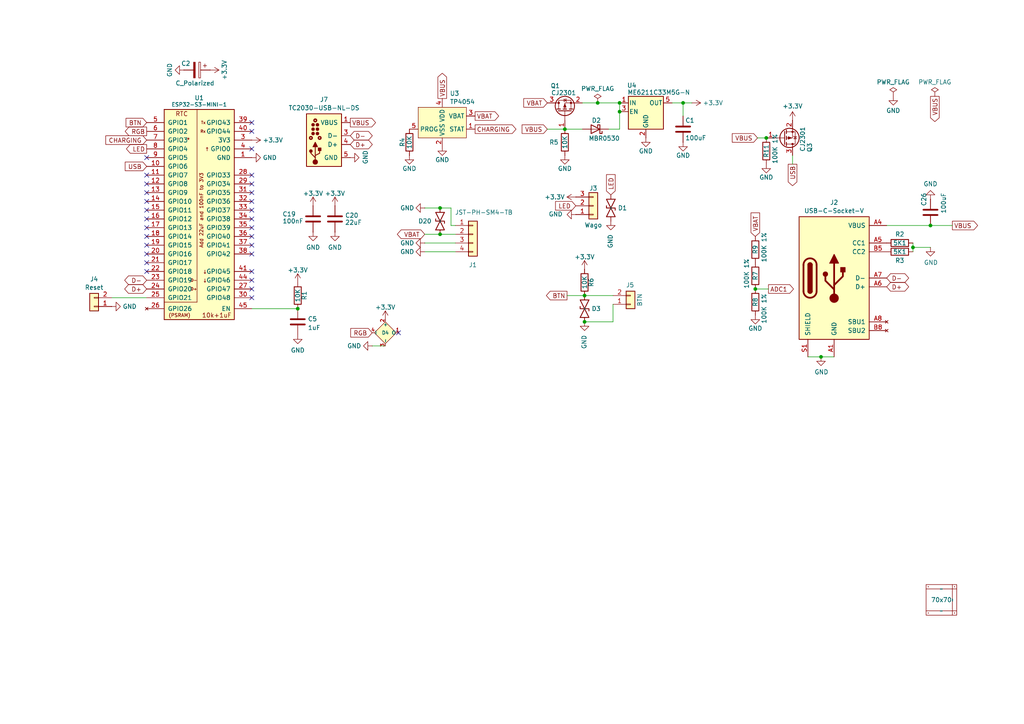
<source format=kicad_sch>
(kicad_sch (version 20241209) (generator "eeschema") (generator_version "9.0")
  (paper "A4")
  (title_block (title "GPS reference") (date "${DATE}") (rev "1") (company "Adrian Kennard Andrews & Arnold Ltd") (comment 1 "@TheRealRevK") (comment 2 "www.me.uk"))
  (lib_symbols
    (symbol "Connector_Generic:Conn_01x02" (pin_names (offset 1.016) (hide yes))
      (property "Reference" "J" (at 0 2.54 0))
      (property "Value" "Conn_01x02" (at 0 -5.08 0))
      (symbol "Conn_01x02_1_1"
        (rectangle (start -1.27 1.27) (end 1.27 -3.81) (stroke (width 0.254)) (fill (type background)))
        (rectangle (start -1.27 0.127) (end 0 -0.127) (stroke (width 0.1524)))
        (rectangle (start -1.27 -2.413) (end 0 -2.667) (stroke (width 0.1524)))
        (pin passive line (at -5.08 0 0) (length 3.81) (name "Pin_1") (number "1"))
        (pin passive line (at -5.08 -2.54 0) (length 3.81) (name "Pin_2") (number "2"))
      )
    )
    (symbol "Connector_Generic:Conn_01x03" (pin_names (offset 1.016) (hide yes))
      (property "Reference" "J" (at 0 5.08 0))
      (property "Value" "Conn_01x03" (at 0 -5.08 0))
      (symbol "Conn_01x03_1_1"
        (rectangle (start -1.27 3.81) (end 1.27 -3.81) (stroke (width 0.254)) (fill (type background)))
        (rectangle (start -1.27 2.667) (end 0 2.413) (stroke (width 0.1524)))
        (rectangle (start -1.27 0.127) (end 0 -0.127) (stroke (width 0.1524)))
        (rectangle (start -1.27 -2.413) (end 0 -2.667) (stroke (width 0.1524)))
        (pin passive line (at -5.08 2.54 0) (length 3.81) (name "Pin_1") (number "1"))
        (pin passive line (at -5.08 0 0) (length 3.81) (name "Pin_2") (number "2"))
        (pin passive line (at -5.08 -2.54 0) (length 3.81) (name "Pin_3") (number "3"))
      )
    )
    (symbol "Connector_Generic:Conn_01x04" (pin_names (offset 1.016) (hide yes))
      (property "Reference" "J" (at 0 5.08 0))
      (property "Value" "Conn_01x04" (at 0 -7.62 0))
      (symbol "Conn_01x04_1_1"
        (rectangle (start -1.27 3.81) (end 1.27 -6.35) (stroke (width 0.254)) (fill (type background)))
        (rectangle (start -1.27 2.667) (end 0 2.413) (stroke (width 0.1524)))
        (rectangle (start -1.27 0.127) (end 0 -0.127) (stroke (width 0.1524)))
        (rectangle (start -1.27 -2.413) (end 0 -2.667) (stroke (width 0.1524)))
        (rectangle (start -1.27 -4.953) (end 0 -5.207) (stroke (width 0.1524)))
        (pin passive line (at -5.08 2.54 0) (length 3.81) (name "Pin_1") (number "1"))
        (pin passive line (at -5.08 0 0) (length 3.81) (name "Pin_2") (number "2"))
        (pin passive line (at -5.08 -2.54 0) (length 3.81) (name "Pin_3") (number "3"))
        (pin passive line (at -5.08 -5.08 0) (length 3.81) (name "Pin_4") (number "4"))
      )
    )
    (symbol "Device:C" (pin_numbers (hide yes)) (pin_names (offset 0.254))
      (property "Reference" "C" (at 0.635 2.54 0))
      (property "Value" "C" (at 0.635 -2.54 0))
      (symbol "C_0_1"
        (polyline (pts (xy -2.032 0.762) (xy 2.032 0.762)) (stroke (width 0.508)))
        (polyline (pts (xy -2.032 -0.762) (xy 2.032 -0.762)) (stroke (width 0.508)))
      )
      (symbol "C_1_1"
        (pin passive line (at 0 3.81 270) (length 2.794) (name "~") (number "1"))
        (pin passive line (at 0 -3.81 90) (length 2.794) (name "~") (number "2"))
      )
    )
    (symbol "Device:C_Polarized" (pin_numbers (hide yes)) (pin_names (offset 0.254))
      (property "Reference" "C" (at 0.635 2.54 0))
      (property "Value" "C_Polarized" (at 0.635 -2.54 0))
      (symbol "C_Polarized_0_1"
        (rectangle (start -2.286 0.508) (end 2.286 1.016))
        (polyline (pts (xy -1.778 2.286) (xy -0.762 2.286)))
        (polyline (pts (xy -1.27 2.794) (xy -1.27 1.778)))
        (rectangle (start 2.286 -0.508) (end -2.286 -1.016) (fill (type outline)))
      )
      (symbol "C_Polarized_1_1"
        (pin passive line (at 0 3.81 270) (length 2.794) (name "~") (number "1"))
        (pin passive line (at 0 -3.81 90) (length 2.794) (name "~") (number "2"))
      )
    )
    (symbol "Device:D_Schottky" (pin_numbers (hide yes)) (pin_names (offset 1.016) (hide yes))
      (property "Reference" "D" (at 0 2.54 0))
      (property "Value" "D_Schottky" (at 0 -2.54 0))
      (symbol "D_Schottky_0_1"
        (polyline (pts (xy -1.905 0.635) (xy -1.905 1.27) (xy -1.27 1.27) (xy -1.27 -1.27) (xy -0.635 -1.27) (xy -0.635 -0.635)) (stroke (width 0.254)))
        (polyline (pts (xy 1.27 1.27) (xy 1.27 -1.27) (xy -1.27 0) (xy 1.27 1.27)) (stroke (width 0.254)))
        (polyline (pts (xy 1.27 0) (xy -1.27 0)))
      )
      (symbol "D_Schottky_1_1"
        (pin passive line (at -3.81 0 0) (length 2.54) (name "K") (number "1"))
        (pin passive line (at 3.81 0 180) (length 2.54) (name "A") (number "2"))
      )
    )
    (symbol "Device:R" (pin_numbers (hide yes)) (pin_names (offset 0))
      (property "Reference" "R" (at 2.032 0 90))
      (property "Value" "R" (at 0 0 90))
      (symbol "R_0_1"
        (rectangle (start -1.016 -2.54) (end 1.016 2.54) (stroke (width 0.254)))
      )
      (symbol "R_1_1"
        (pin passive line (at 0 3.81 270) (length 1.27) (name "~") (number "1"))
        (pin passive line (at 0 -3.81 90) (length 1.27) (name "~") (number "2"))
      )
    )
    (symbol "Regulator_Linear:TLV70033_SOT23-5" (pin_names (offset 0.254))
      (property "Reference" "U" (at -3.81 5.715 0))
      (property "Value" "TLV70033_SOT23-5" (at 0 5.715 0))
      (symbol "TLV70033_SOT23-5_0_1"
        (rectangle (start -5.08 4.445) (end 5.08 -5.08) (stroke (width 0.254)) (fill (type background)))
      )
      (symbol "TLV70033_SOT23-5_1_1"
        (pin power_in line (at -7.62 2.54 0) (length 2.54) (name "IN") (number "1"))
        (pin input line (at -7.62 0 0) (length 2.54) (name "EN") (number "3"))
        (pin power_in line (at 0 -7.62 90) (length 2.54) (name "GND") (number "2"))
        (pin no_connect line (at 5.08 0 180) (length 2.54) (hide yes) (name "NC") (number "4"))
        (pin power_out line (at 7.62 2.54 180) (length 2.54) (name "OUT") (number "5"))
      )
    )
    (symbol "RevK:ES05D1MC10" (pin_numbers (hide yes))
      (property "Reference" "D" (at 0 2.54 0))
      (symbol "ES05D1MC10_0_1"
        (polyline (pts (xy -2.54 1.27) (xy -2.54 -1.27) (xy 0 0) (xy -2.54 1.27)) (stroke (width 0.254)))
        (polyline (pts (xy 2.54 -1.27) (xy 2.54 1.27) (xy 0 0) (xy 2.54 -1.27)) (stroke (width 0.254)))
      )
      (symbol "ES05D1MC10_1_1"
        (polyline (pts (xy 0.635 1.27) (xy 0 1.27) (xy 0 -1.27) (xy -0.635 -1.27)) (stroke (width 0.254)))
        (pin passive line (at -3.81 0 0) (length 1.27) (name "~") (number "2"))
        (pin passive line (at 3.81 0 180) (length 1.27) (name "~") (number "1"))
      )
    )
    (symbol "RevK:ESP32-S3-MINI-1-N4R2" (pin_names (offset 1.016))
      (property "Reference" "U" (at 9.525 28.575 0))
      (property "Value" "ESP32-S3-MINI-1-N4R2" (at 0 31.115 0))
      (symbol "ESP32-S3-MINI-1-N4R2_0_0"
        (rectangle (start -10.16 30.48) (end 10.16 -30.48) (stroke (width 0.254)) (fill (type background)))
      )
      (symbol "ESP32-S3-MINI-1-N4R2_1_1"
        (polyline (pts (xy -10.16 -25.4) (xy -0.635 -25.4)))
        (polyline (pts (xy -0.635 30.48) (xy -0.635 -25.4)))
        (text "(PSRAM)" (at -5.715 -29.21 0) (effects (font (size 1 1))))
        (text "RTC" (at -5.08 29.21 0) (effects (font (size 1.27 1.27))))
        (text "*" (at -3.175 21.59 0) (effects (font (size 1.27 1.27))))
        (text "D-" (at -2.54 -19.05 0) (effects (font (size 0.8 0.8)) (justify left)))
        (text "D+" (at -2.54 -21.59 0) (effects (font (size 0.8 0.8)) (justify left)))
        (text "Add 22uF and 100nF to 3V3" (at 0.635 1.27 900) (effects (font (size 1 1))))
        (text "Tx" (at 1.905 26.67 0) (effects (font (size 0.8 0.8)) (justify right)))
        (text "Rx" (at 1.905 24.13 0) (effects (font (size 0.8 0.8)) (justify right)))
        (text "↓" (at 2.54 -16.51 0) (effects (font (size 1.27 1.27)) (justify right)))
        (text "↓" (at 2.54 -19.05 0) (effects (font (size 1.27 1.27)) (justify right)))
        (text "↑" (at 3.175 19.05 0) (effects (font (size 1.27 1.27)) (justify right)))
        (text "10k+1uF" (at 5.08 -29.21 0) (effects (font (size 1.27 1.27))))
        (pin passive line (at -15.24 26.67 0) (length 5.08) (name "GPIO1") (number "5"))
        (pin passive line (at -15.24 24.13 0) (length 5.08) (name "GPIO2") (number "6"))
        (pin passive line (at -15.24 21.59 0) (length 5.08) (name "GPIO3") (number "7"))
        (pin passive line (at -15.24 19.05 0) (length 5.08) (name "GPIO4") (number "8"))
        (pin passive line (at -15.24 16.51 0) (length 5.08) (name "GPIO5") (number "9"))
        (pin passive line (at -15.24 13.97 0) (length 5.08) (name "GPIO6") (number "10"))
        (pin passive line (at -15.24 11.43 0) (length 5.08) (name "GPIO7") (number "11"))
        (pin passive line (at -15.24 8.89 0) (length 5.08) (name "GPIO8") (number "12"))
        (pin passive line (at -15.24 6.35 0) (length 5.08) (name "GPIO9") (number "13"))
        (pin passive line (at -15.24 3.81 0) (length 5.08) (name "GPIO10") (number "14"))
        (pin passive line (at -15.24 1.27 0) (length 5.08) (name "GPIO11") (number "15"))
        (pin passive line (at -15.24 -1.27 0) (length 5.08) (name "GPIO12") (number "16"))
        (pin passive line (at -15.24 -3.81 0) (length 5.08) (name "GPIO13") (number "17"))
        (pin passive line (at -15.24 -6.35 0) (length 5.08) (name "GPIO14") (number "18"))
        (pin passive line (at -15.24 -8.89 0) (length 5.08) (name "GPIO15") (number "19"))
        (pin passive line (at -15.24 -11.43 0) (length 5.08) (name "GPIO16") (number "20"))
        (pin passive line (at -15.24 -13.97 0) (length 5.08) (name "GPIO17") (number "21"))
        (pin passive line (at -15.24 -16.51 0) (length 5.08) (name "GPIO18") (number "22"))
        (pin passive line (at -15.24 -19.05 0) (length 5.08) (name "GPIO19") (number "23"))
        (pin passive line (at -15.24 -21.59 0) (length 5.08) (name "GPIO20") (number "24"))
        (pin passive line (at -15.24 -24.13 0) (length 5.08) (name "GPIO21") (number "25"))
        (pin no_connect line (at -15.24 -27.305 0) (length 5.08) (name "GPIO26") (number "26"))
        (pin passive line (at 15.24 26.67 180) (length 5.08) (name "GPIO43") (number "39"))
        (pin passive line (at 15.24 24.13 180) (length 5.08) (name "GPIO44") (number "40"))
        (pin power_in line (at 15.24 21.59 180) (length 5.08) (name "3V3") (number "3"))
        (pin passive line (at 15.24 19.05 180) (length 5.08) (name "GPIO0") (number "4"))
        (pin power_in line (at 15.24 16.51 180) (length 5.08) (name "GND") (number "1"))
        (pin power_in line (at 15.24 16.51 180) (length 5.08) (hide yes) (name "GND") (number "2"))
        (pin power_in line (at 15.24 16.51 180) (length 5.08) (hide yes) (name "GND") (number "42"))
        (pin power_in line (at 15.24 16.51 180) (length 5.08) (hide yes) (name "GND") (number "43"))
        (pin power_in line (at 15.24 16.51 180) (length 5.08) (hide yes) (name "GND") (number "46"))
        (pin power_in line (at 15.24 16.51 180) (length 5.08) (hide yes) (name "GND") (number "47"))
        (pin power_in line (at 15.24 16.51 180) (length 5.08) (hide yes) (name "GND") (number "48"))
        (pin power_in line (at 15.24 16.51 180) (length 5.08) (hide yes) (name "GND") (number "49"))
        (pin power_in line (at 15.24 16.51 180) (length 5.08) (hide yes) (name "GND") (number "50"))
        (pin power_in line (at 15.24 16.51 180) (length 5.08) (hide yes) (name "GND") (number "51"))
        (pin power_in line (at 15.24 16.51 180) (length 5.08) (hide yes) (name "GND") (number "52"))
        (pin power_in line (at 15.24 16.51 180) (length 5.08) (hide yes) (name "GND") (number "53"))
        (pin power_in line (at 15.24 16.51 180) (length 5.08) (hide yes) (name "GND") (number "54"))
        (pin power_in line (at 15.24 16.51 180) (length 5.08) (hide yes) (name "GND") (number "55"))
        (pin power_in line (at 15.24 16.51 180) (length 5.08) (hide yes) (name "GND") (number "56"))
        (pin power_in line (at 15.24 16.51 180) (length 5.08) (hide yes) (name "GND") (number "57"))
        (pin power_in line (at 15.24 16.51 180) (length 5.08) (hide yes) (name "GND") (number "58"))
        (pin power_in line (at 15.24 16.51 180) (length 5.08) (hide yes) (name "GND") (number "59"))
        (pin power_in line (at 15.24 16.51 180) (length 5.08) (hide yes) (name "GND") (number "60"))
        (pin power_in line (at 15.24 16.51 180) (length 5.08) (hide yes) (name "GND") (number "61"))
        (pin power_in line (at 15.24 16.51 180) (length 5.08) (hide yes) (name "GND") (number "62"))
        (pin power_in line (at 15.24 16.51 180) (length 5.08) (hide yes) (name "GND") (number "63"))
        (pin power_in line (at 15.24 16.51 180) (length 5.08) (hide yes) (name "GND") (number "64"))
        (pin power_in line (at 15.24 16.51 180) (length 5.08) (hide yes) (name "GND") (number "65"))
        (pin passive line (at 15.24 11.43 180) (length 5.08) (name "GPIO33") (number "28"))
        (pin passive line (at 15.24 8.89 180) (length 5.08) (name "GPIO34") (number "29"))
        (pin passive line (at 15.24 6.35 180) (length 5.08) (name "GPIO35") (number "31"))
        (pin passive line (at 15.24 3.81 180) (length 5.08) (name "GPIO36") (number "32"))
        (pin passive line (at 15.24 1.27 180) (length 5.08) (name "GPIO37") (number "33"))
        (pin passive line (at 15.24 -1.27 180) (length 5.08) (name "GPIO38") (number "34"))
        (pin passive line (at 15.24 -3.81 180) (length 5.08) (name "GPIO39") (number "35"))
        (pin passive line (at 15.24 -6.35 180) (length 5.08) (name "GPIO40") (number "36"))
        (pin passive line (at 15.24 -8.89 180) (length 5.08) (name "GPIO41") (number "37"))
        (pin passive line (at 15.24 -11.43 180) (length 5.08) (name "GPIO42") (number "38"))
        (pin passive line (at 15.24 -16.51 180) (length 5.08) (name "GPIO45") (number "41"))
        (pin passive line (at 15.24 -19.05 180) (length 5.08) (name "GPIO46") (number "44"))
        (pin passive line (at 15.24 -21.59 180) (length 5.08) (name "GPIO47") (number "27"))
        (pin passive line (at 15.24 -24.13 180) (length 5.08) (name "GPIO48") (number "30"))
        (pin input line (at 15.24 -27.305 180) (length 5.08) (name "EN") (number "45"))
      )
    )
    (symbol "RevK:PCB" (in_bom no)
      (property "Value" "XxY" (at 0 0 0))
      (symbol "PCB_0_1"
        (rectangle (start -4.445 4.445) (end 4.445 -4.445))
        (circle (center -3.81 3.81) (radius 0.0001))
        (circle (center -3.81 -3.81) (radius 0.0001))
        (circle (center 3.81 3.81) (radius 0.0001))
        (circle (center 3.81 -3.81) (radius 0.0001))
      )
    )
    (symbol "RevK:TC2030-USB-NL" (pin_names (offset 1.016)) (in_bom no)
      (property "Reference" "J" (at 0 10.922 0))
      (property "Value" "TC2030-USB-NL" (at 0 8.89 0))
      (symbol "TC2030-USB-NL_0_1"
        (rectangle (start -5.08 7.62) (end 5.08 -7.62) (stroke (width 0.254)) (fill (type background)))
        (circle (center -3.81 -3.175) (radius 0.381) (stroke (width 0.254)) (fill (type outline)))
        (circle (center -3.175 4.445) (radius 0.381) (stroke (width 0.254)) (fill (type outline)))
        (circle (center -3.175 3.175) (radius 0.381) (stroke (width 0.254)) (fill (type outline)))
        (circle (center -3.175 1.905) (radius 0.381) (stroke (width 0.254)) (fill (type outline)))
        (polyline (pts (xy -3.175 -1.905) (xy -1.905 -1.905) (xy -2.54 -0.635) (xy -3.175 -1.905)) (stroke (width 0.254)) (fill (type outline)))
        (polyline (pts (xy -2.54 -5.08) (xy -2.54 -4.445) (xy -1.27 -3.81) (xy -1.27 -2.54)) (stroke (width 0.254)))
        (polyline (pts (xy -2.54 -5.715) (xy -2.54 -5.08) (xy -3.81 -3.81) (xy -3.81 -3.175)) (stroke (width 0.254)))
        (circle (center -2.54 -6.35) (radius 0.635) (stroke (width 0.254)) (fill (type outline)))
        (circle (center -1.905 4.445) (radius 0.381) (stroke (width 0.254)) (fill (type outline)))
        (circle (center -1.905 3.175) (radius 0.381) (stroke (width 0.254)) (fill (type outline)))
        (circle (center -1.905 1.905) (radius 0.381) (stroke (width 0.254)) (fill (type outline)))
        (rectangle (start -1.651 -2.286) (end -0.889 -3.048) (stroke (width 0.254)) (fill (type outline)))
      )
      (symbol "TC2030-USB-NL_1_1"
        (circle (center -3.81 0.635) (radius 0.381) (stroke (width 0.4)))
        (circle (center -2.54 5.715) (radius 0.381) (stroke (width 0.4)))
        (polyline (pts (xy -2.54 -4.445) (xy -2.54 -1.905)) (stroke (width 0.254)))
        (circle (center -1.27 0.635) (radius 0.381) (stroke (width 0.4)))
        (pin passive line (at 7.62 5.08 180) (length 2.54) (name "VBUS") (number "1"))
        (pin passive line (at 7.62 5.08 180) (length 2.54) (hide yes) (name "VBUS") (number "2"))
        (pin bidirectional line (at 7.62 1.27 180) (length 2.54) (name "D-") (number "3"))
        (pin bidirectional line (at 7.62 -1.27 180) (length 2.54) (name "D+") (number "4"))
        (pin passive line (at 7.62 -5.08 180) (length 2.54) (name "GND") (number "5"))
        (pin passive line (at 7.62 -5.08 180) (length 2.54) (hide yes) (name "GND") (number "6"))
      )
    )
    (symbol "RevK:TP4054"
      (property "Reference" "U" (at 4.445 -5.715 0))
      (property "Value" "TP4054" (at 3.81 5.715 0))
      (symbol "TP4054_1_1"
        (rectangle (start -6.985 4.445) (end 6.985 -4.445) (fill (type background)))
        (pin input line (at -9.525 -1.905 0) (length 2.54) (name "PROG") (number "5"))
        (pin power_in line (at 0 6.985 270) (length 2.54) (name "VDD") (number "4"))
        (pin power_in line (at 0 -6.985 90) (length 2.54) (name "VSS") (number "2"))
        (pin power_out line (at 9.525 1.905 180) (length 2.54) (name "VBAT") (number "3"))
        (pin open_collector line (at 9.525 -1.905 180) (length 2.54) (name "STAT") (number "1"))
      )
    )
    (symbol "RevK:USB-C-Socket-H" (pin_names (offset 1.016))
      (property "Reference" "J" (at -10.16 19.05 0))
      (property "Value" "USB-C-Socket-V" (at 0.635 12.7 0))
      (symbol "USB-C-Socket-H_0_1"
        (rectangle (start -10.16 17.78) (end 10.16 -17.78) (stroke (width 0.254)) (fill (type background)))
        (polyline (pts (xy -8.89 -3.81) (xy -8.89 3.81)) (stroke (width 0.508)))
        (rectangle (start -7.62 -3.81) (end -6.35 3.81) (stroke (width 0.254)) (fill (type outline)))
        (arc (start -7.62 3.81) (mid -6.985 4.4423) (end -6.35 3.81) (stroke (width 0.254)))
        (arc (start -7.62 3.81) (mid -6.985 4.4423) (end -6.35 3.81) (stroke (width 0.254)) (fill (type outline)))
        (arc (start -8.89 3.81) (mid -6.985 5.7067) (end -5.08 3.81) (stroke (width 0.508)))
        (arc (start -5.08 -3.81) (mid -6.985 -5.7067) (end -8.89 -3.81) (stroke (width 0.508)))
        (arc (start -6.35 -3.81) (mid -6.985 -4.4423) (end -7.62 -3.81) (stroke (width 0.254)))
        (arc (start -6.35 -3.81) (mid -6.985 -4.4423) (end -7.62 -3.81) (stroke (width 0.254)) (fill (type outline)))
        (polyline (pts (xy -5.08 3.81) (xy -5.08 -3.81)) (stroke (width 0.508)))
        (circle (center -2.54 1.143) (radius 0.635) (stroke (width 0.254)) (fill (type outline)))
        (polyline (pts (xy -1.27 4.318) (xy 0 6.858) (xy 1.27 4.318) (xy -1.27 4.318)) (stroke (width 0.254)) (fill (type outline)))
        (polyline (pts (xy 0 -2.032) (xy 2.54 0.508) (xy 2.54 1.778)) (stroke (width 0.508)))
        (polyline (pts (xy 0 -3.302) (xy -2.54 -0.762) (xy -2.54 0.508)) (stroke (width 0.508)))
        (circle (center 0 -5.842) (radius 1.27) (fill (type outline)))
        (polyline (pts (xy 0 -5.842) (xy 0 4.318)) (stroke (width 0.508)))
        (rectangle (start 1.905 1.778) (end 3.175 3.048) (stroke (width 0.254)) (fill (type outline)))
      )
      (symbol "USB-C-Socket-H_1_1"
        (pin passive line (at -7.62 -22.86 90) (length 5.08) (name "SHIELD") (number "S1"))
        (pin passive line (at 0 -22.86 90) (length 5.08) (name "GND") (number "A1"))
        (pin passive line (at 0 -22.86 90) (length 5.08) (hide yes) (name "GND") (number "A12"))
        (pin passive line (at 0 -22.86 90) (length 5.08) (hide yes) (name "GND") (number "B1"))
        (pin passive line (at 0 -22.86 90) (length 5.08) (hide yes) (name "GND") (number "B12"))
        (pin passive line (at 15.24 15.24 180) (length 5.08) (name "VBUS") (number "A4"))
        (pin passive line (at 15.24 15.24 180) (length 5.08) (hide yes) (name "VBUS") (number "A9"))
        (pin passive line (at 15.24 15.24 180) (length 5.08) (hide yes) (name "VBUS") (number "B4"))
        (pin passive line (at 15.24 15.24 180) (length 5.08) (hide yes) (name "VBUS") (number "B9"))
        (pin bidirectional line (at 15.24 10.16 180) (length 5.08) (name "CC1") (number "A5"))
        (pin bidirectional line (at 15.24 7.62 180) (length 5.08) (name "CC2") (number "B5"))
        (pin bidirectional line (at 15.24 0 180) (length 5.08) (name "D-") (number "A7"))
        (pin bidirectional line (at 15.24 0 180) (length 5.08) (hide yes) (name "D-") (number "B7"))
        (pin bidirectional line (at 15.24 -2.54 180) (length 5.08) (name "D+") (number "A6"))
        (pin bidirectional line (at 15.24 -2.54 180) (length 5.08) (hide yes) (name "D+") (number "B6"))
        (pin no_connect line (at 15.24 -12.7 180) (length 5.08) (name "SBU1") (number "A8"))
        (pin no_connect line (at 15.24 -15.24 180) (length 5.08) (name "SBU2") (number "B8"))
      )
    )
    (symbol "RevK:VCUT" (in_bom no)
      (symbol "VCUT_0_1"
        (polyline (pts (xy -4.445 0) (xy 4.445 0)))
      )
    )
    (symbol "RevK:WS2812B-1mm" (pin_names (offset 0.254))
      (property "Reference" "D" (at 0 0 0))
      (symbol "WS2812B-1mm_1_1"
        (polyline (pts (xy 0 3.175) (xy 3.175 0) (xy 0 -3.175) (xy -3.175 0) (xy 0 3.175)) (fill (type background)))
        (pin input line (at -3.81 0 0) (length 0.5) (name "I") (number "4"))
        (pin power_in line (at 0 3.81 270) (length 0.5) (name "-") (number "3"))
        (pin power_in line (at 0 -3.81 90) (length 0.5) (name "+") (number "2"))
        (pin output line (at 3.81 0 180) (length 0.5) (name "O") (number "1"))
      )
    )
    (symbol "Transistor_FET:BSS83P" (pin_names (hide yes))
      (property "Reference" "Q" (at 5.08 1.905 0))
      (property "Value" "BSS83P" (at 5.08 0 0))
      (symbol "BSS83P_0_1"
        (polyline (pts (xy 0.254 1.905) (xy 0.254 -1.905)) (stroke (width 0.254)))
        (polyline (pts (xy 0.254 0) (xy -2.54 0)))
        (polyline (pts (xy 0.762 2.286) (xy 0.762 1.27)) (stroke (width 0.254)))
        (polyline (pts (xy 0.762 1.778) (xy 3.302 1.778) (xy 3.302 -1.778) (xy 0.762 -1.778)))
        (polyline (pts (xy 0.762 0.508) (xy 0.762 -0.508)) (stroke (width 0.254)))
        (polyline (pts (xy 0.762 -1.27) (xy 0.762 -2.286)) (stroke (width 0.254)))
        (circle (center 1.651 0) (radius 2.794) (stroke (width 0.254)))
        (polyline (pts (xy 2.286 0) (xy 1.27 0.381) (xy 1.27 -0.381) (xy 2.286 0)) (fill (type outline)))
        (polyline (pts (xy 2.54 2.54) (xy 2.54 1.778)))
        (circle (center 2.54 1.778) (radius 0.254) (fill (type outline)))
        (circle (center 2.54 -1.778) (radius 0.254) (fill (type outline)))
        (polyline (pts (xy 2.54 -2.54) (xy 2.54 0) (xy 0.762 0)))
        (polyline (pts (xy 2.794 -0.508) (xy 2.921 -0.381) (xy 3.683 -0.381) (xy 3.81 -0.254)))
        (polyline (pts (xy 3.302 -0.381) (xy 2.921 0.254) (xy 3.683 0.254) (xy 3.302 -0.381)))
      )
      (symbol "BSS83P_1_1"
        (pin input line (at -5.08 0 0) (length 2.54) (name "G") (number "1"))
        (pin passive line (at 2.54 5.08 270) (length 2.54) (name "D") (number "3"))
        (pin passive line (at 2.54 -5.08 90) (length 2.54) (name "S") (number "2"))
      )
    )
    (symbol "power:+3.3V" (power) (pin_numbers (hide yes)) (pin_names (offset 0) (hide yes))
      (property "Value" "+3.3V" (at 0 3.556 0))
      (symbol "+3.3V_0_1"
        (polyline (pts (xy -0.762 1.27) (xy 0 2.54)))
        (polyline (pts (xy 0 2.54) (xy 0.762 1.27)))
        (polyline (pts (xy 0 0) (xy 0 2.54)))
      )
      (symbol "+3.3V_1_1"
        (pin power_in line (at 0 0 90) (length 0) (name "~") (number "1"))
      )
    )
    (symbol "power:GND" (power) (pin_numbers (hide yes)) (pin_names (offset 0) (hide yes))
      (property "Value" "GND" (at 0 -3.81 0))
      (symbol "GND_0_1"
        (polyline (pts (xy 0 0) (xy 0 -1.27) (xy 1.27 -1.27) (xy 0 -2.54) (xy -1.27 -1.27) (xy 0 -1.27)))
      )
      (symbol "GND_1_1"
        (pin power_in line (at 0 0 270) (length 0) (name "~") (number "1"))
      )
    )
    (symbol "power:PWR_FLAG" (power) (pin_numbers (hide yes)) (pin_names (offset 0) (hide yes))
      (property "Value" "PWR_FLAG" (at 0 3.81 0))
      (symbol "PWR_FLAG_0_0"
        (pin power_out line (at 0 0 90) (length 0) (name "pwr") (number "1"))
      )
      (symbol "PWR_FLAG_0_1"
        (polyline (pts (xy 0 0) (xy 0 1.27) (xy -1.016 1.905) (xy 0 2.54) (xy 1.016 1.905) (xy 0 1.27)))
      )
    )
  )
  (junction (at 169.545 93.345))
  (junction (at 264.795 71.755))
  (junction (at 179.705 32.385))
  (junction (at 222.25 40.005))
  (junction (at 127.635 67.945))
  (junction (at 169.545 85.725))
  (junction (at 179.705 29.845))
  (junction (at 238.125 103.505))
  (junction (at 86.36 89.535))
  (junction (at 163.83 37.465))
  (junction (at 269.875 65.405))
  (junction (at 127.635 60.325))
  (junction (at 219.075 83.82))
  (junction (at 173.355 29.845))
  (junction (at 198.12 29.845))
  (no_connect (at 42.545 50.8))
  (no_connect (at 73.025 68.58))
  (no_connect (at 73.025 38.1))
  (no_connect (at 42.545 55.88))
  (no_connect (at 73.025 63.5))
  (no_connect (at 115.57 96.52))
  (no_connect (at 42.545 71.12))
  (no_connect (at 73.025 83.82))
  (no_connect (at 42.545 68.58))
  (no_connect (at 73.025 71.12))
  (no_connect (at 73.025 66.04))
  (no_connect (at 73.025 43.18))
  (no_connect (at 42.545 66.04))
  (no_connect (at 42.545 63.5))
  (no_connect (at 42.545 45.72))
  (no_connect (at 42.545 73.66))
  (no_connect (at 73.025 35.56))
  (no_connect (at 42.545 58.42))
  (no_connect (at 73.025 60.96))
  (no_connect (at 73.025 81.28))
  (no_connect (at 42.545 53.34))
  (no_connect (at 73.025 73.66))
  (no_connect (at 73.025 86.36))
  (no_connect (at 73.025 53.34))
  (no_connect (at 73.025 58.42))
  (no_connect (at 42.545 78.74))
  (no_connect (at 73.025 50.8))
  (no_connect (at 73.025 55.88))
  (no_connect (at 42.545 60.96))
  (no_connect (at 73.025 78.74))
  (no_connect (at 42.545 76.2))
  (wire (pts (xy 158.75 37.465) (xy 163.83 37.465)))
  (wire (pts (xy 123.19 73.025) (xy 132.08 73.025)))
  (wire (pts (xy 179.705 32.385) (xy 179.705 37.465)))
  (wire (pts (xy 176.53 37.465) (xy 179.705 37.465)))
  (wire (pts (xy 219.71 40.005) (xy 222.25 40.005)))
  (wire (pts (xy 130.81 60.325) (xy 130.81 65.405)))
  (wire (pts (xy 257.175 65.405) (xy 269.875 65.405)))
  (wire (pts (xy 130.81 65.405) (xy 132.08 65.405)))
  (wire (pts (xy 264.795 71.755) (xy 264.795 73.025)))
  (wire (pts (xy 123.19 67.945) (xy 127.635 67.945)))
  (wire (pts (xy 269.875 71.755) (xy 264.795 71.755)))
  (wire (pts (xy 127.635 67.945) (xy 132.08 67.945)))
  (wire (pts (xy 234.315 103.505) (xy 238.125 103.505)))
  (wire (pts (xy 107.95 100.33) (xy 111.76 100.33)))
  (wire (pts (xy 269.875 65.405) (xy 276.225 65.405)))
  (wire (pts (xy 168.91 37.465) (xy 163.83 37.465)))
  (wire (pts (xy 179.705 29.845) (xy 179.705 32.385)))
  (wire (pts (xy 198.12 29.845) (xy 198.12 33.655)))
  (wire (pts (xy 264.795 70.485) (xy 264.795 71.755)))
  (wire (pts (xy 164.465 85.725) (xy 169.545 85.725)))
  (wire (pts (xy 123.19 70.485) (xy 132.08 70.485)))
  (wire (pts (xy 32.385 86.36) (xy 42.545 86.36)))
  (wire (pts (xy 169.545 85.725) (xy 177.8 85.725)))
  (wire (pts (xy 222.885 83.82) (xy 219.075 83.82)))
  (wire (pts (xy 127.635 60.325) (xy 130.81 60.325)))
  (wire (pts (xy 229.87 45.085) (xy 229.87 47.625)))
  (wire (pts (xy 123.19 60.325) (xy 127.635 60.325)))
  (wire (pts (xy 194.945 29.845) (xy 198.12 29.845)))
  (wire (pts (xy 177.8 88.265) (xy 177.8 93.345)))
  (wire (pts (xy 73.025 89.535) (xy 86.36 89.535)))
  (wire (pts (xy 238.125 103.505) (xy 241.935 103.505)))
  (wire (pts (xy 177.8 93.345) (xy 169.545 93.345)))
  (wire (pts (xy 198.12 29.845) (xy 200.66 29.845)))
  (wire (pts (xy 168.91 29.845) (xy 173.355 29.845)))
  (wire (pts (xy 173.355 29.845) (xy 179.705 29.845)))
  (global_label "CHARGING" (shape input) (at 42.545 40.64 180) (property "Intersheetrefs" "${INTERSHEET_REFS}" (effects (hide yes))))
  (global_label "ADC1" (shape output) (at 222.885 83.82 0) (property "Intersheetrefs" "${INTERSHEET_REFS}" (effects (hide yes))))
  (global_label "VBUS" (shape output) (at 128.27 28.575 90) (property "Intersheetrefs" "${INTERSHEET_REFS}" (effects (hide yes))))
  (global_label "D+" (shape bidirectional) (at 42.545 83.82 180) (property "Intersheetrefs" "${INTERSHEET_REFS}" (effects (hide yes))))
  (global_label "D-" (shape bidirectional) (at 42.545 81.28 180) (property "Intersheetrefs" "${INTERSHEET_REFS}" (effects (hide yes))))
  (global_label "RGB" (shape input) (at 107.95 96.52 180) (property "Intersheetrefs" "${INTERSHEET_REFS}" (effects (hide yes))))
  (global_label "CHARGING" (shape output) (at 137.795 37.465 0) (property "Intersheetrefs" "${INTERSHEET_REFS}" (effects (hide yes))))
  (global_label "LED" (shape input) (at 177.165 56.515 90) (property "Intersheetrefs" "${INTERSHEET_REFS}" (effects (hide yes))))
  (global_label "D-" (shape bidirectional) (at 101.6 39.37 0) (property "Intersheetrefs" "${INTERSHEET_REFS}" (effects (hide yes))))
  (global_label "VBAT" (shape bidirectional) (at 123.19 67.945 180) (property "Intersheetrefs" "${INTERSHEET_REFS}" (effects (hide yes))))
  (global_label "VBUS" (shape output) (at 101.6 35.56 0) (property "Intersheetrefs" "${INTERSHEET_REFS}" (effects (hide yes))))
  (global_label "VBUS" (shape output) (at 271.145 27.94 270) (property "Intersheetrefs" "${INTERSHEET_REFS}" (effects (hide yes))))
  (global_label "LED" (shape output) (at 42.545 43.18 180) (property "Intersheetrefs" "${INTERSHEET_REFS}" (effects (hide yes))))
  (global_label "D+" (shape bidirectional) (at 101.6 41.91 0) (property "Intersheetrefs" "${INTERSHEET_REFS}" (effects (hide yes))))
  (global_label "VBUS" (shape input) (at 219.71 40.005 180) (property "Intersheetrefs" "${INTERSHEET_REFS}" (effects (hide yes))))
  (global_label "USB" (shape output) (at 229.87 47.625 270) (property "Intersheetrefs" "${INTERSHEET_REFS}" (effects (hide yes))))
  (global_label "VBUS" (shape output) (at 276.225 65.405 0) (property "Intersheetrefs" "${INTERSHEET_REFS}" (effects (hide yes))))
  (global_label "D-" (shape bidirectional) (at 257.175 80.645 0) (property "Intersheetrefs" "${INTERSHEET_REFS}" (effects (hide yes))))
  (global_label "LED" (shape input) (at 167.005 59.69 180) (property "Intersheetrefs" "${INTERSHEET_REFS}" (effects (hide yes))))
  (global_label "BTN" (shape input) (at 42.545 35.56 180) (property "Intersheetrefs" "${INTERSHEET_REFS}" (effects (hide yes))))
  (global_label "VBUS" (shape input) (at 158.75 37.465 180) (property "Intersheetrefs" "${INTERSHEET_REFS}" (effects (hide yes))))
  (global_label "VBAT" (shape input) (at 158.75 29.845 180) (property "Intersheetrefs" "${INTERSHEET_REFS}" (effects (hide yes))))
  (global_label "VBAT" (shape input) (at 219.075 68.58 90) (property "Intersheetrefs" "${INTERSHEET_REFS}" (effects (hide yes))))
  (global_label "USB" (shape input) (at 42.545 48.26 180) (property "Intersheetrefs" "${INTERSHEET_REFS}" (effects (hide yes))))
  (global_label "VBAT" (shape output) (at 137.795 33.655 0) (property "Intersheetrefs" "${INTERSHEET_REFS}" (effects (hide yes))))
  (global_label "RGB" (shape output) (at 42.545 38.1 180) (property "Intersheetrefs" "${INTERSHEET_REFS}" (effects (hide yes))))
  (global_label "BTN" (shape output) (at 164.465 85.725 180) (property "Intersheetrefs" "${INTERSHEET_REFS}" (effects (hide yes))))
  (global_label "D+" (shape bidirectional) (at 257.175 83.185 0) (property "Intersheetrefs" "${INTERSHEET_REFS}" (effects (hide yes))))
  (symbol (lib_id "Device:R") (at 260.985 70.485 90) (unit 1)
    (property "Reference" "R2" (at 260.985 67.945 90))
    (property "Value" "5K1" (at 260.985 70.485 90))
    (property "Footprint" "RevK:R_0402" (effects (hide yes)))
  )
  (symbol (lib_id "power:GND") (at 269.875 71.755 0) (unit 1)
    (property "Reference" "#PWR017" (effects (hide yes)))
    (property "Value" "GND" (at 270.002 76.1492 0))
    (property "Description" "Power symbol creates a global label with name \"GND\" , ground" (effects (hide yes)))
  )
  (symbol (lib_id "power:GND") (at 238.125 103.505 0) (unit 1)
    (property "Reference" "#PWR018" (effects (hide yes)))
    (property "Value" "GND" (at 238.252 107.8992 0))
    (property "Description" "Power symbol creates a global label with name \"GND\" , ground" (effects (hide yes)))
  )
  (symbol (lib_id "Device:R") (at 260.985 73.025 270) (unit 1)
    (property "Reference" "R3" (at 260.985 75.565 90))
    (property "Value" "5K1" (at 260.985 73.025 90))
    (property "Footprint" "RevK:R_0402" (effects (hide yes)))
  )
  (symbol (lib_id "power:GND") (at 222.25 47.625 0) (unit 1)
    (property "Reference" "#PWR044" (effects (hide yes)))
    (property "Value" "GND" (at 222.25 51.435 0))
    (property "Description" "Power symbol creates a global label with name \"GND\" , ground" (effects (hide yes)))
  )
  (symbol (lib_id "Device:C") (at 198.12 37.465 0) (unit 1)
    (property "Reference" "C1" (at 198.755 34.925 0) (effects (justify left)))
    (property "Value" "100uF" (at 198.755 40.005 0) (effects (justify left)))
    (property "Footprint" "RevK:C_0805" (effects (hide yes)))
    (property "LCSC Part #" "C141660" (effects (hide yes)))
  )
  (symbol (lib_id "power:GND") (at 167.005 62.23 270) (unit 1)
    (property "Reference" "#PWR015" (effects (hide yes)))
    (property "Value" "GND" (at 163.195 62.103 90) (effects (justify right)))
    (property "Description" "Power symbol creates a global label with name \"GND\" , ground" (effects (hide yes)))
  )
  (symbol (lib_id "Regulator_Linear:TLV70033_SOT23-5") (at 187.325 32.385 0) (unit 1)
    (property "Reference" "U4" (at 183.261 24.765 0))
    (property "Value" "ME6211C33M5G-N" (at 181.991 26.797 0) (effects (justify left)))
    (property "Footprint" "RevK:SOT-23-5" (effects (hide yes)))
    (property "Datasheet" "http://www.ti.com/lit/ds/symlink/tlv700.pdf" (effects (hide yes)))
    (property "LCSC Part #" "C82942" (effects (hide yes)))
    (property "JLCPCB Rotation Offset" "-90" (effects (hide yes)))
  )
  (symbol (lib_id "power:GND") (at 86.36 97.155 0) (unit 1)
    (property "Reference" "#PWR030" (effects (hide yes)))
    (property "Value" "GND" (at 86.36 101.5984 0))
    (property "Description" "Power symbol creates a global label with name \"GND\" , ground" (effects (hide yes)))
  )
  (symbol (lib_id "Device:R") (at 219.075 87.63 0) (unit 1)
    (property "Reference" "R8" (at 219.075 87.63 90))
    (property "Value" "100K 1%" (at 221.615 89.535 90))
    (property "Footprint" "RevK:R_0402" (effects (hide yes)))
    (property "LCSC Part #" "C5139597" (effects (hide yes)))
  )
  (symbol (lib_id "power:GND") (at 269.875 57.785 180) (unit 1)
    (property "Reference" "#PWR041" (effects (hide yes)))
    (property "Value" "GND" (at 269.875 53.3416 0))
    (property "Description" "Power symbol creates a global label with name \"GND\" , ground" (effects (hide yes)))
  )
  (symbol (lib_id "power:+3.3V") (at 169.545 78.105 0) (unit 1)
    (property "Reference" "#PWR022" (effects (hide yes)))
    (property "Value" "+3.3V" (at 169.545 74.5292 0))
    (property "Description" "Power symbol creates a global label with name \"+3.3V\"" (effects (hide yes)))
  )
  (symbol (lib_id "power:GND") (at 123.19 60.325 270) (unit 1)
    (property "Reference" "#PWR07" (effects (hide yes)))
    (property "Value" "GND" (at 118.11 60.325 90))
    (property "Description" "Power symbol creates a global label with name \"GND\" , ground" (effects (hide yes)))
  )
  (symbol (lib_id "RevK:TC2030-USB-NL") (at 93.98 40.64 0) (unit 1) (in_bom no)
    (property "Reference" "J7" (at 93.98 28.8755 0))
    (property "Value" "TC2030-USB-NL-DS" (at 93.98 31.2998 0))
    (property "Footprint" "RevK:Tag-Connect_TC2030-IDC-NL_2x03_P1.27mm_Vertical" (effects (hide yes)))
    (property "Datasheet" " ~" (effects (hide yes)))
    (property "Description" "TC2030-USB-NL" (effects (hide yes)))
  )
  (symbol (lib_id "power:GND") (at 90.805 67.31 0) (unit 1)
    (property "Reference" "#PWR033" (effects (hide yes)))
    (property "Value" "GND" (at 90.805 71.7534 0))
    (property "Description" "Power symbol creates a global label with name \"GND\" , ground" (effects (hide yes)))
  )
  (symbol (lib_id "power:+3.3V") (at 200.66 29.845 270) (unit 1)
    (property "Reference" "#PWR014" (effects (hide yes)))
    (property "Value" "+3.3V" (at 203.835 29.845 90) (effects (justify left)))
    (property "Description" "Power symbol creates a global label with name \"+3.3V\"" (effects (hide yes)))
  )
  (symbol (lib_id "Device:R") (at 222.25 43.815 0) (unit 1)
    (property "Reference" "R11" (at 222.25 43.815 90))
    (property "Value" "100K 1%" (at 224.79 43.18 90))
    (property "Footprint" "RevK:R_0402" (effects (hide yes)))
    (property "LCSC Part #" "C5139597" (effects (hide yes)))
  )
  (symbol (lib_id "RevK:WS2812B-1mm") (at 111.76 96.52 0) (mirror x) (unit 1)
    (property "Reference" "D4" (at 111.76 96.52 0) (effects (font (size 1 1))))
    (property "Value" "XL-1010RGBC-WS2812B" (effects (hide yes)))
    (property "Footprint" "RevK:SMD1010" (effects (hide yes)))
    (property "Datasheet" "https://datasheet.lcsc.com/lcsc/2301111010_XINGLIGHT-XL-1010RGBC-WS2812B_C5349953.pdf" (effects (hide yes)))
    (property "Description" "RGB LED with integrated controller" (effects (hide yes)))
    (property "LCSC Part #" "C5349953" (effects (hide yes)))
  )
  (symbol (lib_id "power:GND") (at 128.27 42.545 0) (unit 1)
    (property "Reference" "#PWR010" (effects (hide yes)))
    (property "Value" "GND" (at 128.27 46.355 0))
    (property "Description" "Power symbol creates a global label with name \"GND\" , ground" (effects (hide yes)))
  )
  (symbol (lib_id "RevK:ESP32-S3-MINI-1-N4R2") (at 57.785 62.23 0) (unit 1)
    (property "Reference" "U1" (at 57.785 28.3932 0))
    (property "Value" "ESP32-S3-MINI-1" (at 57.785 30.3296 0) (effects (font (size 1.1 1.1))))
    (property "Footprint" "RevK:ESP32-S3-MINI-1" (effects (hide yes)))
    (property "Datasheet" "https://www.espressif.com/sites/default/files/documentation/esp32-s3-mini-1_mini-1u_datasheet_en.pdf" (effects (hide yes)))
    (property "LCSC Part #" "C3013941" (effects (hide yes)))
  )
  (symbol (lib_id "RevK:USB-C-Socket-H") (at 241.935 80.645 0) (unit 1)
    (property "Reference" "J2" (at 241.935 58.7207 0))
    (property "Value" "USB-C-Socket-V" (at 241.935 61.1449 0))
    (property "Footprint" "RevK:USB-C-Socket-H" (effects (hide yes)))
    (property "LCSC Part #" "C709357" (effects (hide yes)))
  )
  (symbol (lib_id "Connector_Generic:Conn_01x03") (at 172.085 59.69 0) (mirror x) (unit 1)
    (property "Reference" "J3" (at 172.085 54.61 0))
    (property "Value" "Wago" (at 172.085 65.278 0))
    (property "Footprint" "RevK:WAGO-2060-453-998-404" (effects (hide yes)))
    (property "Description" "Generic connector, single row, 01x03, script generated (kicad-library-utils/schlib/autogen/connector/)" (effects (hide yes)))
    (property "LCSC Part #" "C2765056" (effects (hide yes)))
  )
  (symbol (lib_id "Connector_Generic:Conn_01x02") (at 182.88 88.265 0) (mirror x) (unit 1)
    (property "Reference" "J5" (at 182.753 82.677 0))
    (property "Value" "BTN" (at 185.547 86.995 90))
    (property "Footprint" "RevK:WAGO-2060-452-998-404" (effects (hide yes)))
    (property "Description" "Generic connector, single row, 01x02, script generated (kicad-library-utils/schlib/autogen/connector/)" (effects (hide yes)))
    (property "LCSC Part #" "C2765055" (effects (hide yes)))
  )
  (symbol (lib_id "Device:D_Schottky") (at 172.72 37.465 180) (unit 1)
    (property "Reference" "D2" (at 172.974 34.925 0))
    (property "Value" "MBR0530" (at 175.26 40.132 0))
    (property "Footprint" "RevK:D_SOD-123" (effects (hide yes)))
    (property "LCSC Part " "C5204746" (effects (hide yes)))
  )
  (symbol (lib_id "RevK:VCUT") (at 273.05 170.815 180) (unit 1) (exclude_from_sim yes) (in_bom no)
    (property "Reference" "V1" (effects (hide yes)))
    (property "Value" "~" (at 273.05 170.815 0))
    (property "Footprint" "RevK:VCUT70N" (effects (hide yes)))
  )
  (symbol (lib_id "Device:R") (at 118.745 41.275 180) (unit 1)
    (property "Reference" "R4" (at 116.713 41.275 90))
    (property "Value" "10K" (at 118.745 41.275 90))
    (property "Footprint" "RevK:R_0402" (effects (hide yes)))
  )
  (symbol (lib_id "Transistor_FET:BSS83P") (at 227.33 40.005 0) (mirror x) (unit 1)
    (property "Reference" "Q3" (at 234.823 41.402 90) (effects (justify left)))
    (property "Value" "CJ2301" (at 232.791 36.703 90) (effects (justify left)))
    (property "Footprint" "RevK:SOT-23" (effects (hide yes)))
    (property "LCSC Part #" "C5224170" (effects (hide yes)))
    (property "JLCPCB Rotation Offset" "180" (effects (hide yes)))
  )
  (symbol (lib_id "RevK:ES05D1MC10") (at 177.165 60.325 270) (unit 1)
    (property "Reference" "D1" (at 179.197 60.325 90) (effects (justify left)))
    (property "Value" "~" (at 177.165 60.325 0))
    (property "Footprint" "RevK:DFN1006-2L" (effects (hide yes)))
    (property "LCSC Part #" "C5137770" (effects (hide yes)))
  )
  (symbol (lib_id "power:PWR_FLAG") (at 173.355 29.845 0) (unit 1)
    (property "Reference" "#FLG01" (effects (hide yes)))
    (property "Value" "PWR_FLAG" (at 173.355 25.7119 0))
  )
  (symbol (lib_id "power:GND") (at 198.12 41.275 0) (unit 1)
    (property "Reference" "#PWR013" (effects (hide yes)))
    (property "Value" "GND" (at 198.12 45.085 0))
    (property "Description" "Power symbol creates a global label with name \"GND\" , ground" (effects (hide yes)))
  )
  (symbol (lib_id "power:GND") (at 97.155 67.31 0) (unit 1)
    (property "Reference" "#PWR035" (effects (hide yes)))
    (property "Value" "GND" (at 97.155 71.7534 0))
    (property "Description" "Power symbol creates a global label with name \"GND\" , ground" (effects (hide yes)))
  )
  (symbol (lib_id "power:GND") (at 163.83 45.085 0) (unit 1)
    (property "Reference" "#PWR011" (effects (hide yes)))
    (property "Value" "GND" (at 163.83 48.895 0))
    (property "Description" "Power symbol creates a global label with name \"GND\" , ground" (effects (hide yes)))
  )
  (symbol (lib_id "power:GND") (at 107.95 100.33 270) (unit 1)
    (property "Reference" "#PWR03" (effects (hide yes)))
    (property "Value" "GND" (at 104.7751 100.33 90) (effects (justify right)))
    (property "Description" "Power symbol creates a global label with name \"GND\" , ground" (effects (hide yes)))
  )
  (symbol (lib_id "power:GND") (at 187.325 40.005 0) (unit 1)
    (property "Reference" "#PWR012" (effects (hide yes)))
    (property "Value" "GND" (at 187.325 43.815 0))
    (property "Description" "Power symbol creates a global label with name \"GND\" , ground" (effects (hide yes)))
  )
  (symbol (lib_id "power:GND") (at 123.19 73.025 270) (unit 1)
    (property "Reference" "#PWR036" (effects (hide yes)))
    (property "Value" "GND" (at 118.11 73.025 90))
    (property "Description" "Power symbol creates a global label with name \"GND\" , ground" (effects (hide yes)))
  )
  (symbol (lib_id "Device:R") (at 86.36 85.725 0) (unit 1)
    (property "Reference" "R1" (at 88.265 85.725 90))
    (property "Value" "10K" (at 86.36 85.725 90))
    (property "Footprint" "RevK:R_0402" (effects (hide yes)))
  )
  (symbol (lib_id "Device:C") (at 97.155 63.5 0) (unit 1)
    (property "Reference" "C20" (at 100.076 62.476 0) (effects (justify left)))
    (property "Value" "22uF" (at 100.076 64.524 0) (effects (justify left)))
    (property "Footprint" "RevK:C_0603" (effects (hide yes)))
  )
  (symbol (lib_id "Device:R") (at 169.545 81.915 0) (unit 1)
    (property "Reference" "R6" (at 171.45 81.915 90))
    (property "Value" "10K" (at 169.545 81.915 90))
    (property "Footprint" "RevK:R_0402" (effects (hide yes)))
  )
  (symbol (lib_id "Device:C_Polarized") (at 57.15 20.32 270) (unit 1)
    (property "Reference" "C2" (at 55.245 18.415 90) (effects (justify right)))
    (property "Value" "C_Polarized" (at 62.23 24.13 90) (effects (justify right)))
    (property "Footprint" "RevK:CP_EIA-7343-31_Kemet-D" (effects (hide yes)))
    (property "LCSC Part #" "C106188" (effects (hide yes)))
    (property "JLCPCB Rotation Offset" "180" (effects (hide yes)))
  )
  (symbol (lib_id "power:GND") (at 101.6 45.72 90) (unit 1)
    (property "Reference" "#PWR05" (effects (hide yes)))
    (property "Value" "GND" (at 105.9942 45.593 0))
    (property "Description" "Power symbol creates a global label with name \"GND\" , ground" (effects (hide yes)))
  )
  (symbol (lib_id "RevK:PCB") (at 273.05 173.99 0) (unit 1) (in_bom no)
    (property "Reference" "PCB1" (effects (hide yes)))
    (property "Value" "70x70" (at 273.05 173.99 0))
    (property "Footprint" "RevK:PCB7070" (effects (hide yes)))
  )
  (symbol (lib_id "power:+3.3V") (at 111.76 92.71 0) (unit 1)
    (property "Reference" "#PWR06" (effects (hide yes)))
    (property "Value" "+3.3V" (at 111.76 89.1342 0))
    (property "Description" "Power symbol creates a global label with name \"+3.3V\"" (effects (hide yes)))
  )
  (symbol (lib_id "power:GND") (at 169.545 93.345 0) (unit 1)
    (property "Reference" "#PWR021" (effects (hide yes)))
    (property "Value" "GND" (at 169.418 97.155 90) (effects (justify right)))
    (property "Description" "Power symbol creates a global label with name \"GND\" , ground" (effects (hide yes)))
  )
  (symbol (lib_id "RevK:TP4054") (at 128.27 35.56 0) (unit 1)
    (property "Reference" "U3" (at 130.4641 27.0977 0) (effects (justify left)))
    (property "Value" "TP4054" (at 130.4641 29.5219 0) (effects (justify left)))
    (property "Footprint" "RevK:SOT-23-5" (effects (hide yes)))
    (property "LCSC Part #" "C668215" (effects (hide yes)))
    (property "JLCPCB Rotation Offset" "180" (effects (hide yes)))
  )
  (symbol (lib_id "power:PWR_FLAG") (at 259.08 27.94 0) (unit 1)
    (property "Reference" "#FLG02" (effects (hide yes)))
    (property "Value" "PWR_FLAG" (at 259.08 23.8069 0))
  )
  (symbol (lib_id "power:+3.3V") (at 97.155 59.69 0) (unit 1)
    (property "Reference" "#PWR034" (effects (hide yes)))
    (property "Value" "+3.3V" (at 97.155 56.1142 0))
    (property "Description" "Power symbol creates a global label with name \"+3.3V\"" (effects (hide yes)))
  )
  (symbol (lib_id "power:+3.3V") (at 60.96 20.32 270) (unit 1)
    (property "Reference" "#PWR042" (effects (hide yes)))
    (property "Value" "+3.3V" (at 65.0931 20.32 0))
    (property "Description" "Power symbol creates a global label with name \"+3.3V\"" (effects (hide yes)))
  )
  (symbol (lib_id "Device:C") (at 90.805 63.5 0) (unit 1)
    (property "Reference" "C19" (at 81.915 62.087 0) (effects (justify left)))
    (property "Value" "100nF" (at 81.915 64.135 0) (effects (justify left)))
    (property "Footprint" "RevK:C_0402" (effects (hide yes)))
  )
  (symbol (lib_id "power:+3.3V") (at 86.36 81.915 0) (unit 1)
    (property "Reference" "#PWR029" (effects (hide yes)))
    (property "Value" "+3.3V" (at 86.36 78.3392 0))
    (property "Description" "Power symbol creates a global label with name \"+3.3V\"" (effects (hide yes)))
  )
  (symbol (lib_id "RevK:ES05D1MC10") (at 169.545 89.535 270) (unit 1)
    (property "Reference" "D3" (at 171.577 89.535 90) (effects (justify left)))
    (property "Value" "~" (at 169.545 89.535 0))
    (property "Footprint" "RevK:DFN1006-2L" (effects (hide yes)))
    (property "LCSC Part #" "C5137770" (effects (hide yes)))
  )
  (symbol (lib_id "RevK:VCUT") (at 276.225 173.99 90) (unit 1) (exclude_from_sim yes) (in_bom no)
    (property "Reference" "V2" (effects (hide yes)))
    (property "Value" "~" (at 276.225 173.99 0))
    (property "Footprint" "RevK:VCUT70N" (effects (hide yes)))
  )
  (symbol (lib_id "Connector_Generic:Conn_01x02") (at 27.305 88.9 180) (unit 1)
    (property "Reference" "J4" (at 27.305 80.9455 0))
    (property "Value" "Reset" (at 27.305 83.3698 0))
    (property "Footprint" "RevK:AA-Pad" (effects (hide yes)))
    (property "Description" "Generic connector, single row, 01x02, script generated (kicad-library-utils/schlib/autogen/connector/)" (effects (hide yes)))
  )
  (symbol (lib_id "power:GND") (at 219.075 91.44 0) (unit 1)
    (property "Reference" "#PWR019" (effects (hide yes)))
    (property "Value" "GND" (at 219.075 95.25 0))
    (property "Description" "Power symbol creates a global label with name \"GND\" , ground" (effects (hide yes)))
  )
  (symbol (lib_id "RevK:ES05D1MC10") (at 127.635 64.135 90) (unit 1)
    (property "Reference" "D20" (at 121.285 64.135 90) (effects (justify right)))
    (property "Value" "~" (at 127.635 64.135 0))
    (property "Footprint" "RevK:DFN1006-2L" (effects (hide yes)))
    (property "LCSC Part #" "C5137770" (effects (hide yes)))
  )
  (symbol (lib_id "power:GND") (at 177.165 64.135 0) (unit 1)
    (property "Reference" "#PWR016" (effects (hide yes)))
    (property "Value" "GND" (at 177.038 67.945 90) (effects (justify right)))
    (property "Description" "Power symbol creates a global label with name \"GND\" , ground" (effects (hide yes)))
  )
  (symbol (lib_id "RevK:VCUT") (at 273.05 177.165 180) (unit 1) (exclude_from_sim yes) (in_bom no)
    (property "Reference" "V4" (effects (hide yes)))
    (property "Value" "~" (at 273.05 177.165 0))
    (property "Footprint" "RevK:VCUT70N" (effects (hide yes)))
  )
  (symbol (lib_id "power:+3.3V") (at 229.87 34.925 0) (unit 1)
    (property "Reference" "#PWR043" (effects (hide yes)))
    (property "Value" "+3.3V" (at 229.87 30.7919 0))
    (property "Description" "Power symbol creates a global label with name \"+3.3V\"" (effects (hide yes)))
  )
  (symbol (lib_id "power:GND") (at 73.025 45.72 90) (unit 1)
    (property "Reference" "#PWR04" (effects (hide yes)))
    (property "Value" "GND" (at 76.2 45.72 90) (effects (justify right)))
    (property "Description" "Power symbol creates a global label with name \"GND\" , ground" (effects (hide yes)))
  )
  (symbol (lib_id "power:+3.3V") (at 167.005 57.15 90) (unit 1)
    (property "Reference" "#PWR023" (effects (hide yes)))
    (property "Value" "+3.3V" (at 163.83 57.15 90) (effects (justify left)))
    (property "Description" "Power symbol creates a global label with name \"+3.3V\"" (effects (hide yes)))
  )
  (symbol (lib_id "power:PWR_FLAG") (at 271.145 27.94 0) (unit 1)
    (property "Reference" "#FLG03" (effects (hide yes)))
    (property "Value" "PWR_FLAG" (at 271.145 23.8069 0))
  )
  (symbol (lib_id "Device:R") (at 219.075 80.01 0) (unit 1)
    (property "Reference" "R7" (at 219.075 80.01 90))
    (property "Value" "100K 1%" (at 216.535 79.375 90))
    (property "Footprint" "RevK:R_0402" (effects (hide yes)))
    (property "LCSC Part #" "C5139597" (effects (hide yes)))
  )
  (symbol (lib_id "power:GND") (at 53.34 20.32 270) (unit 1)
    (property "Reference" "#PWR09" (effects (hide yes)))
    (property "Value" "GND" (at 49.2069 20.32 0))
    (property "Description" "Power symbol creates a global label with name \"GND\" , ground" (effects (hide yes)))
  )
  (symbol (lib_id "Device:R") (at 219.075 72.39 0) (unit 1)
    (property "Reference" "R9" (at 219.075 72.39 90))
    (property "Value" "100K 1%" (at 221.615 71.755 90))
    (property "Footprint" "RevK:R_0402" (effects (hide yes)))
    (property "LCSC Part #" "C5139597" (effects (hide yes)))
  )
  (symbol (lib_id "power:+3.3V") (at 90.805 59.69 0) (unit 1)
    (property "Reference" "#PWR032" (effects (hide yes)))
    (property "Value" "+3.3V" (at 90.805 56.1142 0))
    (property "Description" "Power symbol creates a global label with name \"+3.3V\"" (effects (hide yes)))
  )
  (symbol (lib_id "power:GND") (at 259.08 27.94 0) (unit 1)
    (property "Reference" "#PWR020" (effects (hide yes)))
    (property "Value" "GND" (at 259.08 32.0731 0))
    (property "Description" "Power symbol creates a global label with name \"GND\" , ground" (effects (hide yes)))
  )
  (symbol (lib_id "Device:R") (at 163.83 41.275 0) (unit 1)
    (property "Reference" "R5" (at 160.655 41.275 0))
    (property "Value" "10K" (at 163.83 41.275 90))
    (property "Footprint" "RevK:R_0402" (effects (hide yes)))
  )
  (symbol (lib_id "Transistor_FET:BSS83P") (at 163.83 32.385 90) (unit 1)
    (property "Reference" "Q1" (at 162.433 24.892 90) (effects (justify left)))
    (property "Value" "CJ2301" (at 167.132 26.924 90) (effects (justify left)))
    (property "Footprint" "RevK:SOT-23" (effects (hide yes)))
    (property "Datasheet" "http://www.farnell.com/datasheets/1835997.pdf" (effects (hide yes)))
    (property "LCSC Part #" "C5224170" (effects (hide yes)))
    (property "JLCPCB Rotation Offset" "180" (effects (hide yes)))
  )
  (symbol (lib_id "Device:C") (at 269.875 61.595 180) (unit 1)
    (property "Reference" "C26" (at 267.97 55.88 90) (effects (justify left)))
    (property "Value" "100uF" (at 273.685 55.88 90) (effects (justify left)))
    (property "Footprint" "RevK:C_0805" (effects (hide yes)))
    (property "LCSC Part #" "C141660" (effects (hide yes)))
  )
  (symbol (lib_id "Connector_Generic:Conn_01x04") (at 137.16 67.945 0) (unit 1)
    (property "Reference" "J1" (at 137.16 76.835 0))
    (property "Value" "JST-PH-SM4-TB" (at 140.335 61.595 0))
    (property "Footprint" "RevK:JST_PH_S2B-PH-SM4-TB_1x02-1MP_P2.00mm_Horizontal" (effects (hide yes)))
    (property "LCSC Part #" "C295747" (effects (hide yes)))
  )
  (symbol (lib_id "Device:C") (at 86.36 93.345 0) (unit 1)
    (property "Reference" "C5" (at 89.281 92.5103 0) (effects (justify left)))
    (property "Value" "1uF" (at 89.281 95.0472 0) (effects (justify left)))
    (property "Footprint" "RevK:C_0402" (effects (hide yes)))
  )
  (symbol (lib_id "power:GND") (at 118.745 45.085 0) (unit 1)
    (property "Reference" "#PWR08" (effects (hide yes)))
    (property "Value" "GND" (at 118.745 48.895 0))
    (property "Description" "Power symbol creates a global label with name \"GND\" , ground" (effects (hide yes)))
  )
  (symbol (lib_id "power:+3.3V") (at 73.025 40.64 270) (unit 1)
    (property "Reference" "#PWR01" (effects (hide yes)))
    (property "Value" "+3.3V" (at 76.2 40.64 90) (effects (justify left)))
    (property "Description" "Power symbol creates a global label with name \"+3.3V\"" (effects (hide yes)))
  )
  (symbol (lib_id "power:GND") (at 32.385 88.9 90) (unit 1)
    (property "Reference" "#PWR046" (effects (hide yes)))
    (property "Value" "GND" (at 35.56 88.9 90) (effects (justify right)))
    (property "Description" "Power symbol creates a global label with name \"GND\" , ground" (effects (hide yes)))
  )
  (symbol (lib_id "power:GND") (at 123.19 70.485 270) (unit 1)
    (property "Reference" "#PWR02" (effects (hide yes)))
    (property "Value" "GND" (at 118.11 70.485 90))
    (property "Description" "Power symbol creates a global label with name \"GND\" , ground" (effects (hide yes)))
  )
)
</source>
